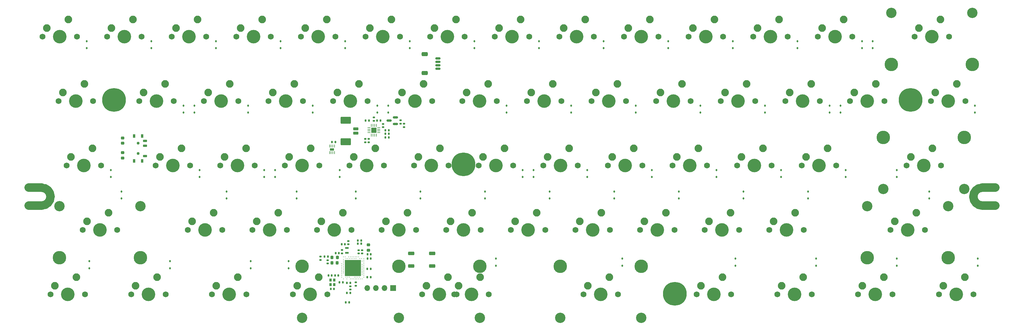
<source format=gbs>
G04 #@! TF.GenerationSoftware,KiCad,Pcbnew,7.0.5*
G04 #@! TF.CreationDate,2024-03-02T17:21:11+09:00*
G04 #@! TF.ProjectId,Hotp4ck60,486f7470-3463-46b3-9630-2e6b69636164,rev?*
G04 #@! TF.SameCoordinates,Original*
G04 #@! TF.FileFunction,Soldermask,Bot*
G04 #@! TF.FilePolarity,Negative*
%FSLAX46Y46*%
G04 Gerber Fmt 4.6, Leading zero omitted, Abs format (unit mm)*
G04 Created by KiCad (PCBNEW 7.0.5) date 2024-03-02 17:21:11*
%MOMM*%
%LPD*%
G01*
G04 APERTURE LIST*
G04 Aperture macros list*
%AMRoundRect*
0 Rectangle with rounded corners*
0 $1 Rounding radius*
0 $2 $3 $4 $5 $6 $7 $8 $9 X,Y pos of 4 corners*
0 Add a 4 corners polygon primitive as box body*
4,1,4,$2,$3,$4,$5,$6,$7,$8,$9,$2,$3,0*
0 Add four circle primitives for the rounded corners*
1,1,$1+$1,$2,$3*
1,1,$1+$1,$4,$5*
1,1,$1+$1,$6,$7*
1,1,$1+$1,$8,$9*
0 Add four rect primitives between the rounded corners*
20,1,$1+$1,$2,$3,$4,$5,0*
20,1,$1+$1,$4,$5,$6,$7,0*
20,1,$1+$1,$6,$7,$8,$9,0*
20,1,$1+$1,$8,$9,$2,$3,0*%
G04 Aperture macros list end*
%ADD10C,2.501900*%
%ADD11C,1.750000*%
%ADD12C,4.000000*%
%ADD13C,2.250000*%
%ADD14C,3.048000*%
%ADD15C,3.987800*%
%ADD16R,1.700000X1.700000*%
%ADD17O,1.700000X1.700000*%
%ADD18C,7.001300*%
%ADD19C,7.000240*%
%ADD20RoundRect,0.140000X-0.140000X-0.170000X0.140000X-0.170000X0.140000X0.170000X-0.140000X0.170000X0*%
%ADD21RoundRect,0.112500X-0.112500X0.187500X-0.112500X-0.187500X0.112500X-0.187500X0.112500X0.187500X0*%
%ADD22RoundRect,0.140000X0.170000X-0.140000X0.170000X0.140000X-0.170000X0.140000X-0.170000X-0.140000X0*%
%ADD23RoundRect,0.140000X0.140000X0.170000X-0.140000X0.170000X-0.140000X-0.170000X0.140000X-0.170000X0*%
%ADD24RoundRect,0.112500X0.112500X-0.187500X0.112500X0.187500X-0.112500X0.187500X-0.112500X-0.187500X0*%
%ADD25RoundRect,0.218750X-0.256250X0.218750X-0.256250X-0.218750X0.256250X-0.218750X0.256250X0.218750X0*%
%ADD26RoundRect,0.150000X0.587500X0.150000X-0.587500X0.150000X-0.587500X-0.150000X0.587500X-0.150000X0*%
%ADD27R,1.100000X0.600000*%
%ADD28RoundRect,0.135000X-0.135000X-0.185000X0.135000X-0.185000X0.135000X0.185000X-0.135000X0.185000X0*%
%ADD29RoundRect,0.135000X0.185000X-0.135000X0.185000X0.135000X-0.185000X0.135000X-0.185000X-0.135000X0*%
%ADD30RoundRect,0.225000X0.225000X0.250000X-0.225000X0.250000X-0.225000X-0.250000X0.225000X-0.250000X0*%
%ADD31RoundRect,0.147500X0.172500X-0.147500X0.172500X0.147500X-0.172500X0.147500X-0.172500X-0.147500X0*%
%ADD32RoundRect,0.062500X-0.062500X0.325000X-0.062500X-0.325000X0.062500X-0.325000X0.062500X0.325000X0*%
%ADD33R,1.300000X0.700000*%
%ADD34R,0.800000X0.900000*%
%ADD35C,0.850000*%
%ADD36RoundRect,0.090000X0.535000X-0.210000X0.535000X0.210000X-0.535000X0.210000X-0.535000X-0.210000X0*%
%ADD37RoundRect,0.105000X-0.245000X-0.445000X0.245000X-0.445000X0.245000X0.445000X-0.245000X0.445000X0*%
%ADD38RoundRect,0.140000X-0.170000X0.140000X-0.170000X-0.140000X0.170000X-0.140000X0.170000X0.140000X0*%
%ADD39RoundRect,0.062500X0.062500X-0.375000X0.062500X0.375000X-0.062500X0.375000X-0.062500X-0.375000X0*%
%ADD40RoundRect,0.062500X0.375000X-0.062500X0.375000X0.062500X-0.375000X0.062500X-0.375000X-0.062500X0*%
%ADD41R,1.600000X1.600000*%
%ADD42RoundRect,0.147500X0.147500X0.172500X-0.147500X0.172500X-0.147500X-0.172500X0.147500X-0.172500X0*%
%ADD43RoundRect,0.218750X0.218750X0.256250X-0.218750X0.256250X-0.218750X-0.256250X0.218750X-0.256250X0*%
%ADD44RoundRect,0.200000X0.600000X-0.200000X0.600000X0.200000X-0.600000X0.200000X-0.600000X-0.200000X0*%
%ADD45RoundRect,0.250001X1.249999X-0.799999X1.249999X0.799999X-1.249999X0.799999X-1.249999X-0.799999X0*%
%ADD46RoundRect,0.275000X0.625000X0.275000X-0.625000X0.275000X-0.625000X-0.275000X0.625000X-0.275000X0*%
%ADD47RoundRect,0.135000X0.135000X0.185000X-0.135000X0.185000X-0.135000X-0.185000X0.135000X-0.185000X0*%
%ADD48RoundRect,0.218750X0.256250X-0.218750X0.256250X0.218750X-0.256250X0.218750X-0.256250X-0.218750X0*%
%ADD49RoundRect,0.150000X0.625000X-0.150000X0.625000X0.150000X-0.625000X0.150000X-0.625000X-0.150000X0*%
%ADD50RoundRect,0.250000X0.650000X-0.350000X0.650000X0.350000X-0.650000X0.350000X-0.650000X-0.350000X0*%
%ADD51C,0.250000*%
%ADD52R,4.850000X4.850000*%
G04 APERTURE END LIST*
D10*
X71812500Y-152599050D02*
X75612500Y-152599050D01*
X71812500Y-157900950D02*
X75612500Y-157900950D01*
X353012500Y-152599050D02*
X356812500Y-152599050D01*
X353012500Y-157900950D02*
X356862500Y-157900950D01*
X78263450Y-155250000D02*
G75*
G03*
X75612500Y-152599050I-2650949J1D01*
G01*
X75612500Y-157900950D02*
G75*
G03*
X78263450Y-155250000I1J2650949D01*
G01*
X353012500Y-152599050D02*
G75*
G03*
X350361550Y-155250000I0J-2650950D01*
G01*
X350361550Y-155250000D02*
G75*
G03*
X353012500Y-157900950I2650950J0D01*
G01*
D11*
X194945000Y-165100000D03*
D12*
X200025000Y-165100000D03*
D11*
X205105000Y-165100000D03*
D13*
X196215000Y-162560000D03*
X202565000Y-160020000D03*
D11*
X80645000Y-127000000D03*
D12*
X85725000Y-127000000D03*
D11*
X90805000Y-127000000D03*
D13*
X81915000Y-124460000D03*
X88265000Y-121920000D03*
D14*
X204819250Y-191135000D03*
D15*
X204819250Y-175895000D03*
D14*
X180943250Y-191135000D03*
D15*
X180943250Y-175895000D03*
D11*
X280670000Y-146050000D03*
D12*
X285750000Y-146050000D03*
D11*
X290830000Y-146050000D03*
D13*
X281940000Y-143510000D03*
X288290000Y-140970000D03*
D11*
X261620000Y-146050000D03*
D12*
X266700000Y-146050000D03*
D11*
X271780000Y-146050000D03*
D13*
X262890000Y-143510000D03*
X269240000Y-140970000D03*
D11*
X266382500Y-107950000D03*
D12*
X271462500Y-107950000D03*
D11*
X276542500Y-107950000D03*
D13*
X267652500Y-105410000D03*
X274002500Y-102870000D03*
D11*
X123507500Y-127000000D03*
D12*
X128587500Y-127000000D03*
D11*
X133667500Y-127000000D03*
D13*
X124777500Y-124460000D03*
X131127500Y-121920000D03*
D16*
X179300000Y-182265000D03*
D17*
X176760000Y-182265000D03*
X174220000Y-182265000D03*
X171680000Y-182265000D03*
D11*
X252095000Y-165100000D03*
D12*
X257175000Y-165100000D03*
D11*
X262255000Y-165100000D03*
D13*
X253365000Y-162560000D03*
X259715000Y-160020000D03*
D11*
X218757500Y-127000000D03*
D12*
X223837500Y-127000000D03*
D11*
X228917500Y-127000000D03*
D13*
X220027500Y-124460000D03*
X226377500Y-121920000D03*
D11*
X235426250Y-184150000D03*
D12*
X240506250Y-184150000D03*
D11*
X245586250Y-184150000D03*
D13*
X236696250Y-181610000D03*
X243046250Y-179070000D03*
D11*
X247332500Y-107950000D03*
D12*
X252412500Y-107950000D03*
D11*
X257492500Y-107950000D03*
D13*
X248602500Y-105410000D03*
X254952500Y-102870000D03*
D11*
X180657500Y-127000000D03*
D12*
X185737500Y-127000000D03*
D11*
X190817500Y-127000000D03*
D13*
X181927500Y-124460000D03*
X188277500Y-121920000D03*
D11*
X292576250Y-184150000D03*
D12*
X297656250Y-184150000D03*
D11*
X302736250Y-184150000D03*
D13*
X293846250Y-181610000D03*
X300196250Y-179070000D03*
D11*
X268763750Y-184150000D03*
D12*
X273843750Y-184150000D03*
D11*
X278923750Y-184150000D03*
D13*
X270033750Y-181610000D03*
X276383750Y-179070000D03*
D11*
X166370000Y-146050000D03*
D12*
X171450000Y-146050000D03*
D11*
X176530000Y-146050000D03*
D13*
X167640000Y-143510000D03*
X173990000Y-140970000D03*
D11*
X213995000Y-165100000D03*
D12*
X219075000Y-165100000D03*
D11*
X224155000Y-165100000D03*
D13*
X215265000Y-162560000D03*
X221615000Y-160020000D03*
D11*
X199707500Y-127000000D03*
D12*
X204787500Y-127000000D03*
D11*
X209867500Y-127000000D03*
D13*
X200977500Y-124460000D03*
X207327500Y-121920000D03*
D11*
X337820000Y-127000000D03*
D12*
X342900000Y-127000000D03*
D11*
X347980000Y-127000000D03*
D13*
X339090000Y-124460000D03*
X345440000Y-121920000D03*
D11*
X102076250Y-184150000D03*
D12*
X107156250Y-184150000D03*
D11*
X112236250Y-184150000D03*
D13*
X103346250Y-181610000D03*
X109696250Y-179070000D03*
D11*
X109220000Y-146050000D03*
D12*
X114300000Y-146050000D03*
D11*
X119380000Y-146050000D03*
D13*
X110490000Y-143510000D03*
X116840000Y-140970000D03*
D11*
X256857500Y-127000000D03*
D12*
X261937500Y-127000000D03*
D11*
X267017500Y-127000000D03*
D13*
X258127500Y-124460000D03*
X264477500Y-121920000D03*
D11*
X147320000Y-146050000D03*
D12*
X152400000Y-146050000D03*
D11*
X157480000Y-146050000D03*
D13*
X148590000Y-143510000D03*
X154940000Y-140970000D03*
D11*
X209232500Y-107950000D03*
D12*
X214312500Y-107950000D03*
D11*
X219392500Y-107950000D03*
D13*
X210502500Y-105410000D03*
X216852500Y-102870000D03*
D11*
X316388750Y-184150000D03*
D12*
X321468750Y-184150000D03*
D11*
X326548750Y-184150000D03*
D13*
X317658750Y-181610000D03*
X324008750Y-179070000D03*
D11*
X190182500Y-107950000D03*
D12*
X195262500Y-107950000D03*
D11*
X200342500Y-107950000D03*
D13*
X191452500Y-105410000D03*
X197802500Y-102870000D03*
D11*
X113982500Y-107950000D03*
D12*
X119062500Y-107950000D03*
D11*
X124142500Y-107950000D03*
D13*
X115252500Y-105410000D03*
X121602500Y-102870000D03*
D11*
X142557500Y-127000000D03*
D12*
X147637500Y-127000000D03*
D11*
X152717500Y-127000000D03*
D13*
X143827500Y-124460000D03*
X150177500Y-121920000D03*
D11*
X233045000Y-165100000D03*
D12*
X238125000Y-165100000D03*
D11*
X243205000Y-165100000D03*
D13*
X234315000Y-162560000D03*
X240665000Y-160020000D03*
D11*
X228282500Y-107950000D03*
D12*
X233362500Y-107950000D03*
D11*
X238442500Y-107950000D03*
D13*
X229552500Y-105410000D03*
X235902500Y-102870000D03*
D14*
X252444250Y-191135000D03*
D15*
X252444250Y-175895000D03*
D14*
X228568250Y-191135000D03*
D15*
X228568250Y-175895000D03*
D11*
X304482500Y-107950000D03*
D12*
X309562500Y-107950000D03*
D11*
X314642500Y-107950000D03*
D13*
X305752500Y-105410000D03*
X312102500Y-102870000D03*
D11*
X128270000Y-146050000D03*
D12*
X133350000Y-146050000D03*
D11*
X138430000Y-146050000D03*
D13*
X129540000Y-143510000D03*
X135890000Y-140970000D03*
D14*
X252406250Y-191135000D03*
D15*
X252406250Y-175895000D03*
D14*
X152406250Y-191135000D03*
D15*
X152406250Y-175895000D03*
D14*
X319055750Y-158115000D03*
D15*
X319055750Y-173355000D03*
D14*
X342931750Y-158115000D03*
D15*
X342931750Y-173355000D03*
D11*
X204470000Y-146050000D03*
D12*
X209550000Y-146050000D03*
D11*
X214630000Y-146050000D03*
D13*
X205740000Y-143510000D03*
X212090000Y-140970000D03*
D11*
X137795000Y-165100000D03*
D12*
X142875000Y-165100000D03*
D11*
X147955000Y-165100000D03*
D13*
X139065000Y-162560000D03*
X145415000Y-160020000D03*
D11*
X314007500Y-127000000D03*
D12*
X319087500Y-127000000D03*
D11*
X324167500Y-127000000D03*
D13*
X315277500Y-124460000D03*
X321627500Y-121920000D03*
D11*
X83026250Y-146050000D03*
D12*
X88106250Y-146050000D03*
D11*
X93186250Y-146050000D03*
D13*
X84296250Y-143510000D03*
X90646250Y-140970000D03*
D11*
X152082500Y-107950000D03*
D12*
X157162500Y-107950000D03*
D11*
X162242500Y-107950000D03*
D13*
X153352500Y-105410000D03*
X159702500Y-102870000D03*
D11*
X299720000Y-146050000D03*
D12*
X304800000Y-146050000D03*
D11*
X309880000Y-146050000D03*
D13*
X300990000Y-143510000D03*
X307340000Y-140970000D03*
D11*
X87788750Y-165100000D03*
D12*
X92868750Y-165100000D03*
D11*
X97948750Y-165100000D03*
D13*
X89058750Y-162560000D03*
X95408750Y-160020000D03*
D11*
X78263750Y-184150000D03*
D12*
X83343750Y-184150000D03*
D11*
X88423750Y-184150000D03*
D13*
X79533750Y-181610000D03*
X85883750Y-179070000D03*
D11*
X242570000Y-146050000D03*
D12*
X247650000Y-146050000D03*
D11*
X252730000Y-146050000D03*
D13*
X243840000Y-143510000D03*
X250190000Y-140970000D03*
D11*
X133032500Y-107950000D03*
D12*
X138112500Y-107950000D03*
D11*
X143192500Y-107950000D03*
D13*
X134302500Y-105410000D03*
X140652500Y-102870000D03*
D11*
X185420000Y-146050000D03*
D12*
X190500000Y-146050000D03*
D11*
X195580000Y-146050000D03*
D13*
X186690000Y-143510000D03*
X193040000Y-140970000D03*
D11*
X325913750Y-165100000D03*
D12*
X330993750Y-165100000D03*
D11*
X336073750Y-165100000D03*
D13*
X327183750Y-162560000D03*
X333533750Y-160020000D03*
D11*
X187801250Y-184150000D03*
D12*
X192881250Y-184150000D03*
D11*
X197961250Y-184150000D03*
D13*
X189071250Y-181610000D03*
X195421250Y-179070000D03*
D11*
X330676250Y-146050000D03*
D12*
X335756250Y-146050000D03*
D11*
X340836250Y-146050000D03*
D13*
X331946250Y-143510000D03*
X338296250Y-140970000D03*
D11*
X271145000Y-165100000D03*
D12*
X276225000Y-165100000D03*
D11*
X281305000Y-165100000D03*
D13*
X272415000Y-162560000D03*
X278765000Y-160020000D03*
D11*
X275907500Y-127000000D03*
D12*
X280987500Y-127000000D03*
D11*
X286067500Y-127000000D03*
D13*
X277177500Y-124460000D03*
X283527500Y-121920000D03*
D11*
X223520000Y-146050000D03*
D12*
X228600000Y-146050000D03*
D11*
X233680000Y-146050000D03*
D13*
X224790000Y-143510000D03*
X231140000Y-140970000D03*
D11*
X175895000Y-165100000D03*
D12*
X180975000Y-165100000D03*
D11*
X186055000Y-165100000D03*
D13*
X177165000Y-162560000D03*
X183515000Y-160020000D03*
D11*
X171132500Y-107950000D03*
D12*
X176212500Y-107950000D03*
D11*
X181292500Y-107950000D03*
D13*
X172402500Y-105410000D03*
X178752500Y-102870000D03*
D14*
X80930750Y-158115000D03*
D15*
X80930750Y-173355000D03*
D14*
X104806750Y-158115000D03*
D15*
X104806750Y-173355000D03*
D11*
X161607500Y-127000000D03*
D12*
X166687500Y-127000000D03*
D11*
X171767500Y-127000000D03*
D13*
X162877500Y-124460000D03*
X169227500Y-121920000D03*
D11*
X118745000Y-165100000D03*
D12*
X123825000Y-165100000D03*
D11*
X128905000Y-165100000D03*
D13*
X120015000Y-162560000D03*
X126365000Y-160020000D03*
D14*
X347694250Y-153035000D03*
D15*
X347694250Y-137795000D03*
D14*
X323818250Y-153035000D03*
D15*
X323818250Y-137795000D03*
D11*
X149701250Y-184150000D03*
D12*
X154781250Y-184150000D03*
D11*
X159861250Y-184150000D03*
D13*
X150971250Y-181610000D03*
X157321250Y-179070000D03*
D11*
X340201250Y-184150000D03*
D12*
X345281250Y-184150000D03*
D11*
X350361250Y-184150000D03*
D13*
X341471250Y-181610000D03*
X347821250Y-179070000D03*
D11*
X104457500Y-127000000D03*
D12*
X109537500Y-127000000D03*
D11*
X114617500Y-127000000D03*
D13*
X105727500Y-124460000D03*
X112077500Y-121920000D03*
D14*
X326199500Y-100965000D03*
D15*
X326199500Y-116205000D03*
D14*
X350075500Y-100965000D03*
D15*
X350075500Y-116205000D03*
D11*
X156845000Y-165100000D03*
D12*
X161925000Y-165100000D03*
D11*
X167005000Y-165100000D03*
D13*
X158115000Y-162560000D03*
X164465000Y-160020000D03*
D11*
X125888750Y-184150000D03*
D12*
X130968750Y-184150000D03*
D11*
X136048750Y-184150000D03*
D13*
X127158750Y-181610000D03*
X133508750Y-179070000D03*
D11*
X197326250Y-184150000D03*
D12*
X202406250Y-184150000D03*
D11*
X207486250Y-184150000D03*
D13*
X198596250Y-181610000D03*
X204946250Y-179070000D03*
D11*
X294957500Y-127000000D03*
D12*
X300037500Y-127000000D03*
D11*
X305117500Y-127000000D03*
D13*
X296227500Y-124460000D03*
X302577500Y-121920000D03*
D11*
X94932500Y-107950000D03*
D12*
X100012500Y-107950000D03*
D11*
X105092500Y-107950000D03*
D13*
X96202500Y-105410000D03*
X102552500Y-102870000D03*
D11*
X285432500Y-107950000D03*
D12*
X290512500Y-107950000D03*
D11*
X295592500Y-107950000D03*
D13*
X286702500Y-105410000D03*
X293052500Y-102870000D03*
D11*
X237807500Y-127000000D03*
D12*
X242887500Y-127000000D03*
D11*
X247967500Y-127000000D03*
D13*
X239077500Y-124460000D03*
X245427500Y-121920000D03*
D11*
X75882500Y-107950000D03*
D12*
X80962500Y-107950000D03*
D11*
X86042500Y-107950000D03*
D13*
X77152500Y-105410000D03*
X83502500Y-102870000D03*
D11*
X290195000Y-165100000D03*
D12*
X295275000Y-165100000D03*
D11*
X300355000Y-165100000D03*
D13*
X291465000Y-162560000D03*
X297815000Y-160020000D03*
D18*
X97012500Y-126650000D03*
D19*
X200012500Y-145750000D03*
X262312500Y-183950000D03*
X331862500Y-126650000D03*
D11*
X333057500Y-107950000D03*
D12*
X338137500Y-107950000D03*
D11*
X343217500Y-107950000D03*
D13*
X334327500Y-105410000D03*
X340677500Y-102870000D03*
D20*
X171690000Y-176650000D03*
X172650000Y-176650000D03*
D21*
X89693750Y-174368750D03*
X89693750Y-176468750D03*
D22*
X166090000Y-169360000D03*
X166090000Y-168400000D03*
D23*
X163290000Y-172000000D03*
X162330000Y-172000000D03*
D24*
X127000000Y-111381250D03*
X127000000Y-109281250D03*
X217487500Y-149481250D03*
X217487500Y-147381250D03*
D25*
X99520000Y-142282500D03*
X99520000Y-143857500D03*
D24*
X212725000Y-130431250D03*
X212725000Y-128331250D03*
D26*
X179947500Y-131840000D03*
X179947500Y-133740000D03*
X178072500Y-132790000D03*
D21*
X113506250Y-174368750D03*
X113506250Y-176468750D03*
D22*
X169150000Y-172040000D03*
X169150000Y-171080000D03*
D24*
X96043750Y-149481250D03*
X96043750Y-147381250D03*
D21*
X137318750Y-174368750D03*
X137318750Y-176468750D03*
D24*
X350837500Y-130431250D03*
X350837500Y-128331250D03*
D21*
X337343750Y-153731250D03*
X337343750Y-155831250D03*
D24*
X146050000Y-111381250D03*
X146050000Y-109281250D03*
X255587500Y-149481250D03*
X255587500Y-147381250D03*
D21*
X99218750Y-153731250D03*
X99218750Y-155831250D03*
D22*
X170140000Y-172040000D03*
X170140000Y-171080000D03*
D20*
X165680000Y-183760000D03*
X166640000Y-183760000D03*
X165680000Y-180740000D03*
X166640000Y-180740000D03*
D24*
X220662500Y-149481250D03*
X220662500Y-147381250D03*
X307975000Y-130431250D03*
X307975000Y-128331250D03*
X88900000Y-111381250D03*
X88900000Y-109281250D03*
D27*
X165650000Y-171860000D03*
X165650000Y-170460000D03*
D21*
X351631250Y-173575000D03*
X351631250Y-175675000D03*
D28*
X176990000Y-137730000D03*
X178010000Y-137730000D03*
D21*
X148431250Y-174368750D03*
X148431250Y-176468750D03*
D24*
X222250000Y-111381250D03*
X222250000Y-109281250D03*
D29*
X181480000Y-133674000D03*
X181480000Y-132654000D03*
D24*
X184150000Y-111381250D03*
X184150000Y-109281250D03*
D21*
X263525000Y-153731250D03*
X263525000Y-155831250D03*
D24*
X288925000Y-130431250D03*
X288925000Y-128331250D03*
D29*
X182496000Y-134694000D03*
X182496000Y-133674000D03*
D24*
X311150000Y-130431250D03*
X311150000Y-128331250D03*
D30*
X162805000Y-174800000D03*
X161255000Y-174800000D03*
D21*
X301625000Y-153731250D03*
X301625000Y-155831250D03*
D22*
X176300000Y-134695000D03*
X176300000Y-133735000D03*
D23*
X163100000Y-178580000D03*
X162140000Y-178580000D03*
D21*
X304006250Y-173575000D03*
X304006250Y-175675000D03*
D31*
X166640000Y-182735000D03*
X166640000Y-181765000D03*
D24*
X155575000Y-130431250D03*
X155575000Y-128331250D03*
D32*
X160530000Y-140337500D03*
X161030000Y-140337500D03*
X161530000Y-140337500D03*
X162030000Y-140337500D03*
X162030000Y-142262500D03*
X161530000Y-142262500D03*
X161030000Y-142262500D03*
X160530000Y-142262500D03*
D33*
X161280000Y-141300000D03*
D24*
X163512500Y-149481250D03*
X163512500Y-147381250D03*
D28*
X176990000Y-135660000D03*
X178010000Y-135660000D03*
D21*
X246856250Y-173575000D03*
X246856250Y-175675000D03*
X168275000Y-153731250D03*
X168275000Y-155831250D03*
D24*
X120650000Y-130431250D03*
X120650000Y-128331250D03*
D21*
X150812500Y-153731250D03*
X150812500Y-155831250D03*
D34*
X160850000Y-181310000D03*
X160850000Y-179910000D03*
X161950000Y-179910000D03*
X161950000Y-181310000D03*
D35*
X104090000Y-139490000D03*
X104090000Y-142490000D03*
D36*
X106090000Y-143240000D03*
X106090000Y-140240000D03*
X106090000Y-138740000D03*
D37*
X105240000Y-137290000D03*
X102940000Y-137290000D03*
X105240000Y-144690000D03*
X102940000Y-144690000D03*
D20*
X161280000Y-139110000D03*
X162240000Y-139110000D03*
D23*
X161880000Y-182560000D03*
X160920000Y-182560000D03*
D24*
X203200000Y-111381250D03*
X203200000Y-109281250D03*
D21*
X225425000Y-153731250D03*
X225425000Y-155831250D03*
D38*
X171060000Y-138210000D03*
X171060000Y-139170000D03*
D24*
X312737500Y-149481250D03*
X312737500Y-147381250D03*
D21*
X209550000Y-173575000D03*
X209550000Y-175675000D03*
D38*
X160000000Y-174040000D03*
X160000000Y-175000000D03*
D20*
X171720000Y-173590000D03*
X172680000Y-173590000D03*
D21*
X130175000Y-153731250D03*
X130175000Y-155831250D03*
D28*
X176980000Y-136690000D03*
X178000000Y-136690000D03*
D24*
X241300000Y-111381250D03*
X241300000Y-109281250D03*
X317500000Y-111381250D03*
X317500000Y-109281250D03*
X107950000Y-111381250D03*
X107950000Y-109281250D03*
X177800000Y-130431250D03*
X177800000Y-128331250D03*
X117475000Y-130431250D03*
X117475000Y-128331250D03*
D20*
X171710000Y-172270000D03*
X172670000Y-172270000D03*
D39*
X174350000Y-137037500D03*
X173850000Y-137037500D03*
X173350000Y-137037500D03*
X172850000Y-137037500D03*
D40*
X172162500Y-136350000D03*
X172162500Y-135850000D03*
X172162500Y-135350000D03*
X172162500Y-134850000D03*
D39*
X172850000Y-134162500D03*
X173350000Y-134162500D03*
X173850000Y-134162500D03*
X174350000Y-134162500D03*
D40*
X175037500Y-134850000D03*
X175037500Y-135350000D03*
X175037500Y-135850000D03*
X175037500Y-136350000D03*
D41*
X173600000Y-135600000D03*
D42*
X160025000Y-173000000D03*
X159055000Y-173000000D03*
D20*
X171690000Y-179080000D03*
X172650000Y-179080000D03*
D21*
X280193750Y-173575000D03*
X280193750Y-175675000D03*
D43*
X162817500Y-173270000D03*
X161242500Y-173270000D03*
D24*
X136525000Y-130431250D03*
X136525000Y-128331250D03*
D44*
X168250000Y-136455000D03*
X168250000Y-135205000D03*
D45*
X165350000Y-139005000D03*
X165350000Y-132655000D03*
D21*
X187325000Y-153731250D03*
X187325000Y-155831250D03*
D24*
X269875000Y-130431250D03*
X269875000Y-128331250D03*
X122237500Y-149481250D03*
X122237500Y-147381250D03*
D20*
X165330000Y-186557364D03*
X166290000Y-186557364D03*
D46*
X190790000Y-172040000D03*
X184590000Y-172040000D03*
X190790000Y-175740000D03*
X184590000Y-175740000D03*
D47*
X169850000Y-168210000D03*
X168830000Y-168210000D03*
D48*
X171990000Y-171087500D03*
X171990000Y-169512500D03*
D24*
X141287500Y-149481250D03*
X141287500Y-147381250D03*
X274637500Y-149481250D03*
X274637500Y-147381250D03*
X279400000Y-111381250D03*
X279400000Y-109281250D03*
D22*
X173600000Y-132810000D03*
X173600000Y-131850000D03*
D25*
X99520000Y-137892500D03*
X99520000Y-139467500D03*
D24*
X174625000Y-130431250D03*
X174625000Y-128331250D03*
D23*
X165050000Y-169340000D03*
X164090000Y-169340000D03*
X164450000Y-180610000D03*
X163490000Y-180610000D03*
D24*
X327818750Y-149481250D03*
X327818750Y-147381250D03*
D21*
X244475000Y-153731250D03*
X244475000Y-155831250D03*
D24*
X320675000Y-111381250D03*
X320675000Y-109281250D03*
D29*
X172050000Y-139230000D03*
X172050000Y-138210000D03*
D24*
X298450000Y-111381250D03*
X298450000Y-109281250D03*
X236537500Y-149481250D03*
X236537500Y-147381250D03*
X165100000Y-111381250D03*
X165100000Y-109281250D03*
D21*
X282575000Y-153731250D03*
X282575000Y-155831250D03*
D38*
X168310000Y-180630000D03*
X168310000Y-181590000D03*
D24*
X260350000Y-111381250D03*
X260350000Y-109281250D03*
D28*
X171150000Y-132780000D03*
X172170000Y-132780000D03*
D49*
X192490000Y-117410000D03*
X192490000Y-116410000D03*
X192490000Y-115410000D03*
X192490000Y-114410000D03*
D50*
X188615000Y-118710000D03*
X188615000Y-113110000D03*
D51*
X164150000Y-175090000D03*
X164150000Y-175590000D03*
X164150000Y-176090000D03*
X164150000Y-176590000D03*
X164150000Y-177090000D03*
X164150000Y-177590000D03*
X164150000Y-178090000D03*
X164150000Y-178590000D03*
X164150000Y-179090000D03*
X169650000Y-179590000D03*
X169900000Y-173590000D03*
X170150000Y-174340000D03*
X170150000Y-175340000D03*
X170150000Y-175840000D03*
X170150000Y-176340000D03*
X170150000Y-176840000D03*
X170150000Y-177340000D03*
X170150000Y-177840000D03*
X170150000Y-178340000D03*
X170150000Y-179590000D03*
X170650000Y-173590000D03*
X170650000Y-174090000D03*
X170650000Y-174590000D03*
X170650000Y-175090000D03*
X170650000Y-175590000D03*
X170650000Y-176090000D03*
X170650000Y-176590000D03*
X170650000Y-177090000D03*
X170650000Y-177590000D03*
X170650000Y-178090000D03*
X170650000Y-178590000D03*
X170650000Y-179090000D03*
X164650000Y-173090000D03*
X164650000Y-173840000D03*
X164650000Y-174340000D03*
X164650000Y-174840000D03*
X164650000Y-175340000D03*
X164650000Y-175840000D03*
X164650000Y-176340000D03*
X164650000Y-176840000D03*
X164650000Y-177340000D03*
X164650000Y-177840000D03*
X164650000Y-179590000D03*
X165150000Y-173090000D03*
X165400000Y-173590000D03*
X165400000Y-179090000D03*
X165650000Y-179590000D03*
D52*
X167400000Y-176340000D03*
D51*
X165900000Y-173590000D03*
X165900000Y-179090000D03*
X166150000Y-173090000D03*
X166400000Y-173590000D03*
X166400000Y-179090000D03*
X166650000Y-173090000D03*
X166650000Y-179590000D03*
X166900000Y-173590000D03*
X167150000Y-173090000D03*
X167150000Y-179590000D03*
X167400000Y-173590000D03*
X167650000Y-173090000D03*
X167650000Y-179590000D03*
X167900000Y-173590000D03*
X167900000Y-179090000D03*
X168150000Y-173090000D03*
X168150000Y-179590000D03*
X168400000Y-173590000D03*
X168400000Y-179090000D03*
X168650000Y-173090000D03*
X168650000Y-179590000D03*
X168900000Y-179090000D03*
X169150000Y-173090000D03*
X169150000Y-179590000D03*
X169400000Y-173590000D03*
X169400000Y-179090000D03*
D24*
X144462500Y-149481250D03*
X144462500Y-147381250D03*
X293687500Y-149481250D03*
X293687500Y-147381250D03*
D23*
X161200000Y-178590000D03*
X160240000Y-178590000D03*
D47*
X169850000Y-169190000D03*
X168830000Y-169190000D03*
D21*
X327818750Y-173575000D03*
X327818750Y-175675000D03*
D24*
X231775000Y-130431250D03*
X231775000Y-128331250D03*
D22*
X164240000Y-172030000D03*
X164240000Y-171070000D03*
D28*
X174550000Y-132770000D03*
X175570000Y-132770000D03*
D21*
X206375000Y-153731250D03*
X206375000Y-155831250D03*
D29*
X157880000Y-173970000D03*
X157880000Y-172950000D03*
D24*
X250825000Y-130431250D03*
X250825000Y-128331250D03*
M02*

</source>
